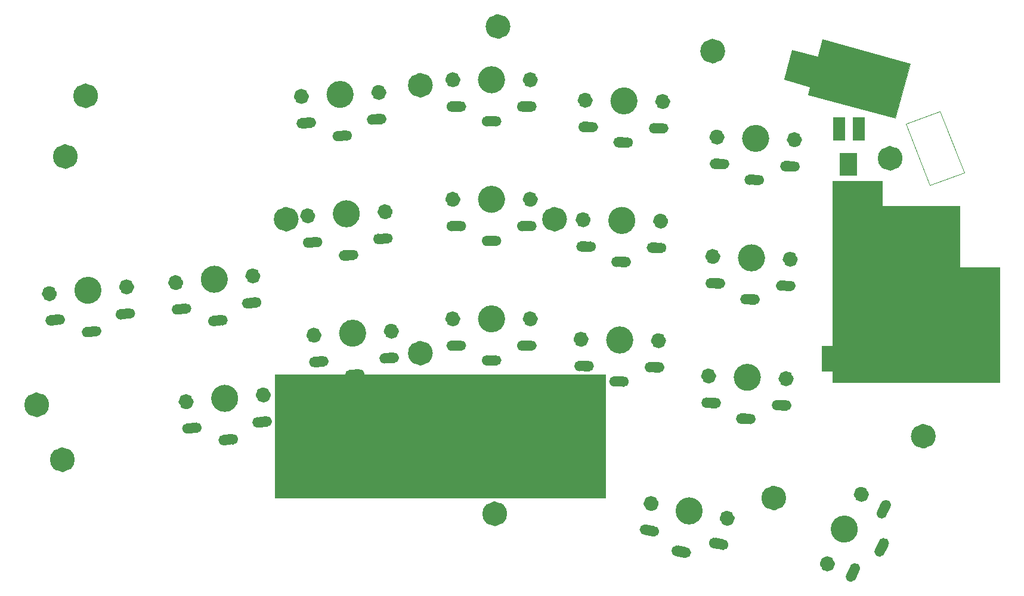
<source format=gbr>
%TF.GenerationSoftware,KiCad,Pcbnew,6.0.4-6f826c9f35~116~ubuntu20.04.1*%
%TF.CreationDate,2022-06-03T00:30:45+02:00*%
%TF.ProjectId,Wubbo,57756262-6f2e-46b6-9963-61645f706362,v0.3*%
%TF.SameCoordinates,Original*%
%TF.FileFunction,Other,Comment*%
%FSLAX46Y46*%
G04 Gerber Fmt 4.6, Leading zero omitted, Abs format (unit mm)*
G04 Created by KiCad (PCBNEW 6.0.4-6f826c9f35~116~ubuntu20.04.1) date 2022-06-03 00:30:45*
%MOMM*%
%LPD*%
G01*
G04 APERTURE LIST*
%ADD10C,0.100000*%
%ADD11C,1.750000*%
%ADD12C,0.200000*%
%ADD13C,1.912701*%
%ADD14C,0.751920*%
%ADD15C,0.751919*%
%ADD16C,1.061248*%
%ADD17C,1.061249*%
%ADD18C,0.751921*%
%ADD19C,1.061250*%
G04 APERTURE END LIST*
D10*
X111140000Y21975000D02*
X114270000Y21975000D01*
X114270000Y21975000D02*
X114270000Y20365000D01*
X114270000Y20365000D02*
X111140000Y20365000D01*
X111140000Y20365000D02*
X111140000Y21975000D01*
G36*
X111140000Y21975000D02*
G01*
X114270000Y21975000D01*
X114270000Y20365000D01*
X111140000Y20365000D01*
X111140000Y21975000D01*
G37*
X104500000Y21705000D02*
X107630000Y21705000D01*
X107630000Y21705000D02*
X107630000Y20095000D01*
X107630000Y20095000D02*
X104500000Y20095000D01*
X104500000Y20095000D02*
X104500000Y21705000D01*
G36*
X104500000Y21705000D02*
G01*
X107630000Y21705000D01*
X107630000Y20095000D01*
X104500000Y20095000D01*
X104500000Y21705000D01*
G37*
D11*
X113279000Y35701000D02*
G75*
G03*
X113279000Y35701000I-875000J0D01*
G01*
D10*
X109590000Y23905000D02*
X112950000Y23905000D01*
X112950000Y23905000D02*
X112950000Y27725000D01*
X112950000Y27725000D02*
X109590000Y27725000D01*
X109590000Y27725000D02*
X109590000Y23905000D01*
G36*
X109590000Y23905000D02*
G01*
X112950000Y23905000D01*
X112950000Y27725000D01*
X109590000Y27725000D01*
X109590000Y23905000D01*
G37*
X104400000Y22085000D02*
X107760000Y22085000D01*
X107760000Y22085000D02*
X107760000Y25905000D01*
X107760000Y25905000D02*
X104400000Y25905000D01*
X104400000Y25905000D02*
X104400000Y22085000D01*
G36*
X104400000Y22085000D02*
G01*
X107760000Y22085000D01*
X107760000Y25905000D01*
X104400000Y25905000D01*
X104400000Y22085000D01*
G37*
X107860000Y25795000D02*
X109310000Y25795000D01*
X109310000Y25795000D02*
X109310000Y28755000D01*
X109310000Y28755000D02*
X107860000Y28755000D01*
X107860000Y28755000D02*
X107860000Y25795000D01*
G36*
X107860000Y25795000D02*
G01*
X109310000Y25795000D01*
X109310000Y28755000D01*
X107860000Y28755000D01*
X107860000Y25795000D01*
G37*
X117460000Y26255000D02*
X110400000Y26255000D01*
X110400000Y26255000D02*
X110400000Y28815000D01*
X110400000Y28815000D02*
X117460000Y28815000D01*
X117460000Y28815000D02*
X117460000Y26255000D01*
G36*
X117460000Y26255000D02*
G01*
X110400000Y26255000D01*
X110400000Y28815000D01*
X117460000Y28815000D01*
X117460000Y26255000D01*
G37*
X108370000Y28965000D02*
X104520000Y28965000D01*
X104520000Y28965000D02*
X104520000Y32355000D01*
X104520000Y32355000D02*
X108370000Y32355000D01*
X108370000Y32355000D02*
X108370000Y28965000D01*
G36*
X108370000Y28965000D02*
G01*
X104520000Y28965000D01*
X104520000Y32355000D01*
X108370000Y32355000D01*
X108370000Y28965000D01*
G37*
X111250000Y28255000D02*
X104190000Y28255000D01*
X104190000Y28255000D02*
X104190000Y32445000D01*
X104190000Y32445000D02*
X111250000Y32445000D01*
X111250000Y32445000D02*
X111250000Y28255000D01*
G36*
X111250000Y28255000D02*
G01*
X104190000Y28255000D01*
X104190000Y32445000D01*
X111250000Y32445000D01*
X111250000Y28255000D01*
G37*
X102700000Y9045000D02*
X104790000Y9045000D01*
X104790000Y9045000D02*
X104790000Y5435000D01*
X104790000Y5435000D02*
X102700000Y5435000D01*
X102700000Y5435000D02*
X102700000Y9045000D01*
G36*
X102700000Y9045000D02*
G01*
X104790000Y9045000D01*
X104790000Y5435000D01*
X102700000Y5435000D01*
X102700000Y9045000D01*
G37*
X104480000Y27025000D02*
X107690000Y27025000D01*
X107690000Y27025000D02*
X107690000Y28925000D01*
X107690000Y28925000D02*
X104480000Y28925000D01*
X104480000Y28925000D02*
X104480000Y27025000D01*
G36*
X104480000Y27025000D02*
G01*
X107690000Y27025000D01*
X107690000Y28925000D01*
X104480000Y28925000D01*
X104480000Y27025000D01*
G37*
G36*
X102336502Y50100049D02*
G01*
X101320710Y45811916D01*
X97377896Y46915041D01*
X98433350Y51076966D01*
X102336502Y50100049D01*
G37*
X102336502Y50100049D02*
X101320710Y45811916D01*
X97377896Y46915041D01*
X98433350Y51076966D01*
X102336502Y50100049D01*
X109230000Y20485000D02*
X110840000Y20485000D01*
X110840000Y20485000D02*
X110840000Y23615000D01*
X110840000Y23615000D02*
X109230000Y23615000D01*
X109230000Y23615000D02*
X109230000Y20485000D01*
G36*
X109230000Y20485000D02*
G01*
X110840000Y20485000D01*
X110840000Y23615000D01*
X109230000Y23615000D01*
X109230000Y20485000D01*
G37*
X71950000Y-12590000D02*
X25050000Y-12590000D01*
X25050000Y-12590000D02*
X25050000Y5000000D01*
X25050000Y5000000D02*
X71950000Y5000000D01*
X71950000Y5000000D02*
X71950000Y-12590000D01*
G36*
X71950000Y-12590000D02*
G01*
X25050000Y-12590000D01*
X25050000Y5000000D01*
X71950000Y5000000D01*
X71950000Y-12590000D01*
G37*
D11*
X-3815000Y35955000D02*
G75*
G03*
X-3815000Y35955000I-875000J0D01*
G01*
D10*
X104345000Y38350000D02*
X105955000Y38350000D01*
X105955000Y38350000D02*
X105955000Y41510000D01*
X105955000Y41510000D02*
X104345000Y41510000D01*
X104345000Y41510000D02*
X104345000Y38350000D01*
G36*
X104345000Y38350000D02*
G01*
X105955000Y38350000D01*
X105955000Y41510000D01*
X104345000Y41510000D01*
X104345000Y38350000D01*
G37*
X122960000Y33665000D02*
X119460000Y42415000D01*
X127900000Y3865000D02*
X105590000Y3865000D01*
X105590000Y3865000D02*
X105590000Y20215000D01*
X105590000Y20215000D02*
X127900000Y20215000D01*
X127900000Y20215000D02*
X127900000Y3865000D01*
G36*
X127900000Y3865000D02*
G01*
X105590000Y3865000D01*
X105590000Y20215000D01*
X127900000Y20215000D01*
X127900000Y3865000D01*
G37*
D11*
X-7879000Y649000D02*
G75*
G03*
X-7879000Y649000I-875000J0D01*
G01*
D10*
X114680000Y40565000D02*
X118060000Y31855000D01*
X122290000Y3880000D02*
X104190000Y3880000D01*
X104190000Y3880000D02*
X104190000Y28900000D01*
X104190000Y28900000D02*
X122290000Y28900000D01*
X122290000Y28900000D02*
X122290000Y3880000D01*
G36*
X122290000Y3880000D02*
G01*
X104190000Y3880000D01*
X104190000Y28900000D01*
X122290000Y28900000D01*
X122290000Y3880000D01*
G37*
X122170000Y24975000D02*
X117740000Y24975000D01*
X117740000Y24975000D02*
X117740000Y21765000D01*
X117740000Y21765000D02*
X122170000Y21765000D01*
X122170000Y21765000D02*
X122170000Y24975000D01*
G36*
X122170000Y24975000D02*
G01*
X117740000Y24975000D01*
X117740000Y21765000D01*
X122170000Y21765000D01*
X122170000Y24975000D01*
G37*
X122150000Y25035000D02*
X118040000Y25035000D01*
X118040000Y25035000D02*
X118040000Y28435000D01*
X118040000Y28435000D02*
X122150000Y28435000D01*
X122150000Y28435000D02*
X122150000Y25035000D01*
G36*
X122150000Y25035000D02*
G01*
X118040000Y25035000D01*
X118040000Y28435000D01*
X122150000Y28435000D01*
X122150000Y25035000D01*
G37*
X119460000Y42415000D02*
X114680000Y40565000D01*
D11*
X57145000Y-14845000D02*
G75*
G03*
X57145000Y-14845000I-875000J0D01*
G01*
X117985000Y-3815000D02*
G75*
G03*
X117985000Y-3815000I-875000J0D01*
G01*
D10*
G36*
X115250000Y49185000D02*
G01*
X113130000Y41415000D01*
X100750000Y44715000D01*
X102770000Y52590000D01*
X115250000Y49185000D01*
G37*
X115250000Y49185000D02*
X113130000Y41415000D01*
X100750000Y44715000D01*
X102770000Y52590000D01*
X115250000Y49185000D01*
X107070000Y38335000D02*
X108680000Y38335000D01*
X108680000Y38335000D02*
X108680000Y41495000D01*
X108680000Y41495000D02*
X107070000Y41495000D01*
X107070000Y41495000D02*
X107070000Y38335000D01*
G36*
X107070000Y38335000D02*
G01*
X108680000Y38335000D01*
X108680000Y41495000D01*
X107070000Y41495000D01*
X107070000Y38335000D01*
G37*
X105230000Y33315000D02*
X107630000Y33315000D01*
X107630000Y33315000D02*
X107630000Y36475000D01*
X107630000Y36475000D02*
X105230000Y36475000D01*
X105230000Y36475000D02*
X105230000Y33315000D01*
G36*
X105230000Y33315000D02*
G01*
X107630000Y33315000D01*
X107630000Y36475000D01*
X105230000Y36475000D01*
X105230000Y33315000D01*
G37*
X109320000Y29045000D02*
X110790000Y29045000D01*
X110790000Y29045000D02*
X110790000Y32015000D01*
X110790000Y32015000D02*
X109320000Y32015000D01*
X109320000Y32015000D02*
X109320000Y29045000D01*
G36*
X109320000Y29045000D02*
G01*
X110790000Y29045000D01*
X110790000Y32015000D01*
X109320000Y32015000D01*
X109320000Y29045000D01*
G37*
D11*
X57605000Y54445000D02*
G75*
G03*
X57605000Y54445000I-875000J0D01*
G01*
D10*
X118060000Y31855000D02*
X122960000Y33665000D01*
D12*
%TO.C,SW12*%
X41970013Y6686916D02*
X40669877Y6618779D01*
X40669877Y6618779D02*
X40601639Y7920832D01*
X40601639Y7920832D02*
X41901775Y7988969D01*
X41901775Y7988969D02*
X41970013Y6686916D01*
G36*
X41970013Y6686916D02*
G01*
X40669877Y6618779D01*
X40601639Y7920832D01*
X41901775Y7988969D01*
X41970013Y6686916D01*
G37*
X31981800Y6163456D02*
X30681664Y6095319D01*
X30681664Y6095319D02*
X30613427Y7397372D01*
X30613427Y7397372D02*
X31913562Y7465509D01*
X31913562Y7465509D02*
X31981800Y6163456D01*
G36*
X31981800Y6163456D02*
G01*
X30681664Y6095319D01*
X30613427Y7397372D01*
X31913562Y7465509D01*
X31981800Y6163456D01*
G37*
X37084853Y4328014D02*
X35784717Y4259876D01*
X35784717Y4259876D02*
X35716480Y5561929D01*
X35716480Y5561929D02*
X37016615Y5630067D01*
X37016615Y5630067D02*
X37084853Y4328014D01*
G36*
X37084853Y4328014D02*
G01*
X35784717Y4259876D01*
X35716480Y5561929D01*
X37016615Y5630067D01*
X37084853Y4328014D01*
G37*
D13*
X37049193Y10836936D02*
G75*
G03*
X37049193Y10836936I-956350J0D01*
G01*
D14*
X32323641Y6814482D02*
G75*
G03*
X32323641Y6814482I-375960J0D01*
G01*
D15*
X36126558Y4910903D02*
G75*
G03*
X36126558Y4910903I-375959J0D01*
G01*
D14*
X41011718Y7269805D02*
G75*
G03*
X41011718Y7269805I-375960J0D01*
G01*
D16*
X31131005Y10549088D02*
G75*
G03*
X31131005Y10549088I-530624J0D01*
G01*
D15*
X42311853Y7337942D02*
G75*
G03*
X42311853Y7337942I-375959J0D01*
G01*
D14*
X31023505Y6746345D02*
G75*
G03*
X31023505Y6746345I-375960J0D01*
G01*
D17*
X42115929Y11124784D02*
G75*
G03*
X42115929Y11124784I-530624J0D01*
G01*
D14*
X37426694Y4979040D02*
G75*
G03*
X37426694Y4979040I-375960J0D01*
G01*
D12*
%TO.C,SW8*%
X61465292Y25419898D02*
X60163372Y25419898D01*
X60163372Y25419898D02*
X60163372Y26723738D01*
X60163372Y26723738D02*
X61465292Y26723738D01*
X61465292Y26723738D02*
X61465292Y25419898D01*
G36*
X61465292Y25419898D02*
G01*
X60163372Y25419898D01*
X60163372Y26723738D01*
X61465292Y26723738D01*
X61465292Y25419898D01*
G37*
X56463372Y23319898D02*
X55161452Y23319898D01*
X55161452Y23319898D02*
X55161452Y24623738D01*
X55161452Y24623738D02*
X56463372Y24623738D01*
X56463372Y24623738D02*
X56463372Y23319898D01*
G36*
X56463372Y23319898D02*
G01*
X55161452Y23319898D01*
X55161452Y24623738D01*
X56463372Y24623738D01*
X56463372Y23319898D01*
G37*
X51463372Y25419898D02*
X50161452Y25419898D01*
X50161452Y25419898D02*
X50161452Y26723738D01*
X50161452Y26723738D02*
X51463372Y26723738D01*
X51463372Y26723738D02*
X51463372Y25419898D01*
G36*
X51463372Y25419898D02*
G01*
X50161452Y25419898D01*
X50161452Y26723738D01*
X51463372Y26723738D01*
X51463372Y25419898D01*
G37*
D14*
X51839332Y26071818D02*
G75*
G03*
X51839332Y26071818I-375960J0D01*
G01*
X60539332Y26071818D02*
G75*
G03*
X60539332Y26071818I-375960J0D01*
G01*
X56839332Y23971818D02*
G75*
G03*
X56839332Y23971818I-375960J0D01*
G01*
X61841252Y26071818D02*
G75*
G03*
X61841252Y26071818I-375960J0D01*
G01*
X55537412Y23971818D02*
G75*
G03*
X55537412Y23971818I-375960J0D01*
G01*
X50537412Y26071818D02*
G75*
G03*
X50537412Y26071818I-375960J0D01*
G01*
D17*
X50843996Y29871818D02*
G75*
G03*
X50843996Y29871818I-530624J0D01*
G01*
X61843996Y29871818D02*
G75*
G03*
X61843996Y29871818I-530624J0D01*
G01*
D13*
X56769722Y29871818D02*
G75*
G03*
X56769722Y29871818I-956350J0D01*
G01*
D12*
%TO.C,SW17*%
X107988854Y-22880848D02*
X107418130Y-24051006D01*
X107418130Y-24051006D02*
X106246246Y-23479440D01*
X106246246Y-23479440D02*
X106816970Y-22309283D01*
X106816970Y-22309283D02*
X107988854Y-22880848D01*
G36*
X107988854Y-22880848D02*
G01*
X107418130Y-24051006D01*
X106246246Y-23479440D01*
X106816970Y-22309283D01*
X107988854Y-22880848D01*
G37*
X112373407Y-13891182D02*
X111802683Y-15061340D01*
X111802683Y-15061340D02*
X110630799Y-14489774D01*
X110630799Y-14489774D02*
X111201523Y-13319616D01*
X111201523Y-13319616D02*
X112373407Y-13891182D01*
G36*
X112373407Y-13891182D02*
G01*
X111802683Y-15061340D01*
X110630799Y-14489774D01*
X111201523Y-13319616D01*
X112373407Y-13891182D01*
G37*
X112068177Y-19307458D02*
X111497453Y-20477615D01*
X111497453Y-20477615D02*
X110325569Y-19906050D01*
X110325569Y-19906050D02*
X110896293Y-18735892D01*
X110896293Y-18735892D02*
X112068177Y-19307458D01*
G36*
X112068177Y-19307458D02*
G01*
X111497453Y-20477615D01*
X110325569Y-19906050D01*
X110896293Y-18735892D01*
X112068177Y-19307458D01*
G37*
D13*
X106850759Y-17019501D02*
G75*
G03*
X106850759Y-17019501I-956350J0D01*
G01*
D16*
X104013992Y-21962868D02*
G75*
G03*
X104013992Y-21962868I-530624J0D01*
G01*
D14*
X111858195Y-19021675D02*
G75*
G03*
X111858195Y-19021675I-375960J0D01*
G01*
X111592701Y-14775557D02*
G75*
G03*
X111592701Y-14775557I-375960J0D01*
G01*
D15*
X107208147Y-23765223D02*
G75*
G03*
X107208147Y-23765223I-375959J0D01*
G01*
D14*
X111287471Y-20191833D02*
G75*
G03*
X111287471Y-20191833I-375960J0D01*
G01*
D17*
X108836074Y-12076134D02*
G75*
G03*
X108836074Y-12076134I-530624J0D01*
G01*
D15*
X107778871Y-22595065D02*
G75*
G03*
X107778871Y-22595065I-375959J0D01*
G01*
D14*
X112163425Y-13605399D02*
G75*
G03*
X112163425Y-13605399I-375960J0D01*
G01*
D12*
%TO.C,SW9*%
X79883425Y22319347D02*
X78581704Y22342069D01*
X78581704Y22342069D02*
X78604459Y23645710D01*
X78604459Y23645710D02*
X79906181Y23622989D01*
X79906181Y23622989D02*
X79883425Y22319347D01*
G36*
X79883425Y22319347D02*
G01*
X78581704Y22342069D01*
X78604459Y23645710D01*
X79906181Y23622989D01*
X79883425Y22319347D01*
G37*
X74845617Y20306963D02*
X73543896Y20329684D01*
X73543896Y20329684D02*
X73566651Y21633326D01*
X73566651Y21633326D02*
X74868372Y21610604D01*
X74868372Y21610604D02*
X74845617Y20306963D01*
G36*
X74845617Y20306963D02*
G01*
X73543896Y20329684D01*
X73566651Y21633326D01*
X74868372Y21610604D01*
X74845617Y20306963D01*
G37*
X69883029Y22493905D02*
X68581307Y22516627D01*
X68581307Y22516627D02*
X68604062Y23820268D01*
X68604062Y23820268D02*
X69905784Y23797546D01*
X69905784Y23797546D02*
X69883029Y22493905D01*
G36*
X69883029Y22493905D02*
G01*
X68581307Y22516627D01*
X68604062Y23820268D01*
X69905784Y23797546D01*
X69883029Y22493905D01*
G37*
D16*
X69341525Y26965217D02*
G75*
G03*
X69341525Y26965217I-530624J0D01*
G01*
D15*
X68968644Y23168447D02*
G75*
G03*
X68968644Y23168447I-375959J0D01*
G01*
D13*
X75266413Y26869229D02*
G75*
G03*
X75266413Y26869229I-956350J0D01*
G01*
D14*
X70270366Y23145726D02*
G75*
G03*
X70270366Y23145726I-375960J0D01*
G01*
X78969041Y22993890D02*
G75*
G03*
X78969041Y22993890I-375960J0D01*
G01*
X75232955Y20958784D02*
G75*
G03*
X75232955Y20958784I-375960J0D01*
G01*
X80270763Y22971168D02*
G75*
G03*
X80270763Y22971168I-375960J0D01*
G01*
X73931233Y20981505D02*
G75*
G03*
X73931233Y20981505I-375960J0D01*
G01*
D17*
X80339849Y26773241D02*
G75*
G03*
X80339849Y26773241I-530624J0D01*
G01*
%TO.C,*%
D11*
X-935000Y44585000D02*
G75*
G03*
X-935000Y44585000I-875000J0D01*
G01*
D12*
%TO.C,SW1*%
X-5427085Y12121203D02*
X-6724050Y12007734D01*
X-6724050Y12007734D02*
X-6837687Y13306612D01*
X-6837687Y13306612D02*
X-5540722Y13420082D01*
X-5540722Y13420082D02*
X-5427085Y12121203D01*
G36*
X-5427085Y12121203D02*
G01*
X-6724050Y12007734D01*
X-6837687Y13306612D01*
X-5540722Y13420082D01*
X-5427085Y12121203D01*
G37*
X4536775Y12992928D02*
X3239809Y12879458D01*
X3239809Y12879458D02*
X3126172Y14178337D01*
X3126172Y14178337D02*
X4423138Y14291807D01*
X4423138Y14291807D02*
X4536775Y12992928D01*
G36*
X4536775Y12992928D02*
G01*
X3239809Y12879458D01*
X3126172Y14178337D01*
X4423138Y14291807D01*
X4536775Y12992928D01*
G37*
X-263084Y10464973D02*
X-1560050Y10351503D01*
X-1560050Y10351503D02*
X-1673687Y11650382D01*
X-1673687Y11650382D02*
X-376721Y11763852D01*
X-376721Y11763852D02*
X-263084Y10464973D01*
G36*
X-263084Y10464973D02*
G01*
X-1560050Y10351503D01*
X-1673687Y11650382D01*
X-376721Y11763852D01*
X-263084Y10464973D01*
G37*
D14*
X-1240908Y11000943D02*
G75*
G03*
X-1240908Y11000943I-375960J0D01*
G01*
D17*
X4528047Y17414667D02*
G75*
G03*
X4528047Y17414667I-530624J0D01*
G01*
X-6430095Y16455953D02*
G75*
G03*
X-6430095Y16455953I-530624J0D01*
G01*
D14*
X-6404909Y12657173D02*
G75*
G03*
X-6404909Y12657173I-375960J0D01*
G01*
X3558951Y13528898D02*
G75*
G03*
X3558951Y13528898I-375960J0D01*
G01*
D13*
X-525298Y16935310D02*
G75*
G03*
X-525298Y16935310I-956350J0D01*
G01*
D14*
X-5107943Y12770643D02*
G75*
G03*
X-5107943Y12770643I-375960J0D01*
G01*
X4855917Y13642367D02*
G75*
G03*
X4855917Y13642367I-375960J0D01*
G01*
D18*
X56057Y11114413D02*
G75*
G03*
X56057Y11114413I-375960J0D01*
G01*
%TO.C,REF\u002A\u002A*%
D11*
X96755000Y-12595000D02*
G75*
G03*
X96755000Y-12595000I-875000J0D01*
G01*
D12*
%TO.C,SW11*%
X23949928Y-2373579D02*
X22652962Y-2487049D01*
X22652962Y-2487049D02*
X22539325Y-1188170D01*
X22539325Y-1188170D02*
X23836291Y-1074700D01*
X23836291Y-1074700D02*
X23949928Y-2373579D01*
G36*
X23949928Y-2373579D02*
G01*
X22652962Y-2487049D01*
X22539325Y-1188170D01*
X23836291Y-1074700D01*
X23949928Y-2373579D01*
G37*
X13986068Y-3245304D02*
X12689103Y-3358773D01*
X12689103Y-3358773D02*
X12575466Y-2059895D01*
X12575466Y-2059895D02*
X13872431Y-1946425D01*
X13872431Y-1946425D02*
X13986068Y-3245304D01*
G36*
X13986068Y-3245304D02*
G01*
X12689103Y-3358773D01*
X12575466Y-2059895D01*
X13872431Y-1946425D01*
X13986068Y-3245304D01*
G37*
X19150069Y-4901534D02*
X17853103Y-5015004D01*
X17853103Y-5015004D02*
X17739466Y-3716125D01*
X17739466Y-3716125D02*
X19036432Y-3602655D01*
X19036432Y-3602655D02*
X19150069Y-4901534D01*
G36*
X19150069Y-4901534D02*
G01*
X17853103Y-5015004D01*
X17739466Y-3716125D01*
X19036432Y-3602655D01*
X19150069Y-4901534D01*
G37*
D13*
X18887855Y1568803D02*
G75*
G03*
X18887855Y1568803I-956350J0D01*
G01*
D17*
X23941200Y2048160D02*
G75*
G03*
X23941200Y2048160I-530624J0D01*
G01*
D18*
X19469210Y-4252094D02*
G75*
G03*
X19469210Y-4252094I-375960J0D01*
G01*
D17*
X12983058Y1089446D02*
G75*
G03*
X12983058Y1089446I-530624J0D01*
G01*
D14*
X22972104Y-1837609D02*
G75*
G03*
X22972104Y-1837609I-375960J0D01*
G01*
X18172245Y-4365564D02*
G75*
G03*
X18172245Y-4365564I-375960J0D01*
G01*
X13008244Y-2709334D02*
G75*
G03*
X13008244Y-2709334I-375960J0D01*
G01*
X24269070Y-1724140D02*
G75*
G03*
X24269070Y-1724140I-375960J0D01*
G01*
X14305210Y-2595864D02*
G75*
G03*
X14305210Y-2595864I-375960J0D01*
G01*
D12*
%TO.C,SW4*%
X80180116Y39316757D02*
X78878395Y39339479D01*
X78878395Y39339479D02*
X78901150Y40643120D01*
X78901150Y40643120D02*
X80202872Y40620399D01*
X80202872Y40620399D02*
X80180116Y39316757D01*
G36*
X80180116Y39316757D02*
G01*
X78878395Y39339479D01*
X78901150Y40643120D01*
X80202872Y40620399D01*
X80180116Y39316757D01*
G37*
X75142308Y37304373D02*
X73840587Y37327094D01*
X73840587Y37327094D02*
X73863342Y38630736D01*
X73863342Y38630736D02*
X75165063Y38608014D01*
X75165063Y38608014D02*
X75142308Y37304373D01*
G36*
X75142308Y37304373D02*
G01*
X73840587Y37327094D01*
X73863342Y38630736D01*
X75165063Y38608014D01*
X75142308Y37304373D01*
G37*
X70179720Y39491315D02*
X68877998Y39514037D01*
X68877998Y39514037D02*
X68900753Y40817678D01*
X68900753Y40817678D02*
X70202475Y40794956D01*
X70202475Y40794956D02*
X70179720Y39491315D01*
G36*
X70179720Y39491315D02*
G01*
X68877998Y39514037D01*
X68900753Y40817678D01*
X70202475Y40794956D01*
X70179720Y39491315D01*
G37*
D14*
X74227924Y37978915D02*
G75*
G03*
X74227924Y37978915I-375960J0D01*
G01*
D13*
X75563104Y43866639D02*
G75*
G03*
X75563104Y43866639I-956350J0D01*
G01*
D17*
X80636540Y43770651D02*
G75*
G03*
X80636540Y43770651I-530624J0D01*
G01*
D14*
X75529646Y37956194D02*
G75*
G03*
X75529646Y37956194I-375960J0D01*
G01*
X80567454Y39968578D02*
G75*
G03*
X80567454Y39968578I-375960J0D01*
G01*
X79265732Y39991300D02*
G75*
G03*
X79265732Y39991300I-375960J0D01*
G01*
D16*
X69638216Y43962627D02*
G75*
G03*
X69638216Y43962627I-530624J0D01*
G01*
D14*
X70567057Y40143136D02*
G75*
G03*
X70567057Y40143136I-375960J0D01*
G01*
D15*
X69265335Y40165857D02*
G75*
G03*
X69265335Y40165857I-375959J0D01*
G01*
%TO.C,*%
D11*
X-4245000Y-7155000D02*
G75*
G03*
X-4245000Y-7155000I-875000J0D01*
G01*
D12*
%TO.C,SW6*%
X12504420Y13690006D02*
X11207455Y13576537D01*
X11207455Y13576537D02*
X11093818Y14875415D01*
X11093818Y14875415D02*
X12390783Y14988885D01*
X12390783Y14988885D02*
X12504420Y13690006D01*
G36*
X12504420Y13690006D02*
G01*
X11207455Y13576537D01*
X11093818Y14875415D01*
X12390783Y14988885D01*
X12504420Y13690006D01*
G37*
X17668421Y12033776D02*
X16371455Y11920306D01*
X16371455Y11920306D02*
X16257818Y13219185D01*
X16257818Y13219185D02*
X17554784Y13332655D01*
X17554784Y13332655D02*
X17668421Y12033776D01*
G36*
X17668421Y12033776D02*
G01*
X16371455Y11920306D01*
X16257818Y13219185D01*
X17554784Y13332655D01*
X17668421Y12033776D01*
G37*
X22468280Y14561731D02*
X21171314Y14448261D01*
X21171314Y14448261D02*
X21057677Y15747140D01*
X21057677Y15747140D02*
X22354643Y15860610D01*
X22354643Y15860610D02*
X22468280Y14561731D01*
G36*
X22468280Y14561731D02*
G01*
X21171314Y14448261D01*
X21057677Y15747140D01*
X22354643Y15860610D01*
X22468280Y14561731D01*
G37*
D14*
X16690597Y12569746D02*
G75*
G03*
X16690597Y12569746I-375960J0D01*
G01*
D18*
X17987562Y12683216D02*
G75*
G03*
X17987562Y12683216I-375960J0D01*
G01*
D14*
X12823562Y14339446D02*
G75*
G03*
X12823562Y14339446I-375960J0D01*
G01*
D13*
X17406207Y18504113D02*
G75*
G03*
X17406207Y18504113I-956350J0D01*
G01*
D14*
X21490456Y15097701D02*
G75*
G03*
X21490456Y15097701I-375960J0D01*
G01*
X11526596Y14225976D02*
G75*
G03*
X11526596Y14225976I-375960J0D01*
G01*
D17*
X11501410Y18024756D02*
G75*
G03*
X11501410Y18024756I-530624J0D01*
G01*
D14*
X22787422Y15211170D02*
G75*
G03*
X22787422Y15211170I-375960J0D01*
G01*
D17*
X22459552Y18983470D02*
G75*
G03*
X22459552Y18983470I-530624J0D01*
G01*
D12*
%TO.C,SW10*%
X93137605Y14977467D02*
X91836478Y15022903D01*
X91836478Y15022903D02*
X91881982Y16325949D01*
X91881982Y16325949D02*
X93183109Y16280512D01*
X93183109Y16280512D02*
X93137605Y14977467D01*
G36*
X93137605Y14977467D02*
G01*
X91836478Y15022903D01*
X91881982Y16325949D01*
X93183109Y16280512D01*
X93137605Y14977467D01*
G37*
X88213940Y17250685D02*
X86912813Y17296121D01*
X86912813Y17296121D02*
X86958317Y18599167D01*
X86958317Y18599167D02*
X88259443Y18553731D01*
X88259443Y18553731D02*
X88213940Y17250685D01*
G36*
X88213940Y17250685D02*
G01*
X86912813Y17296121D01*
X86958317Y18599167D01*
X88259443Y18553731D01*
X88213940Y17250685D01*
G37*
X98209767Y16901623D02*
X96908640Y16947059D01*
X96908640Y16947059D02*
X96954144Y18250105D01*
X96954144Y18250105D02*
X98255271Y18204669D01*
X98255271Y18204669D02*
X98209767Y16901623D01*
G36*
X98209767Y16901623D02*
G01*
X96908640Y16947059D01*
X96954144Y18250105D01*
X98255271Y18204669D01*
X98209767Y16901623D01*
G37*
D17*
X98743934Y21356133D02*
G75*
G03*
X98743934Y21356133I-530624J0D01*
G01*
D19*
X87750635Y21740027D02*
G75*
G03*
X87750635Y21740027I-530625J0D01*
G01*
D14*
X97307352Y17598582D02*
G75*
G03*
X97307352Y17598582I-375960J0D01*
G01*
X88612652Y17902208D02*
G75*
G03*
X88612652Y17902208I-375960J0D01*
G01*
X98608479Y17553146D02*
G75*
G03*
X98608479Y17553146I-375960J0D01*
G01*
D13*
X93673010Y21548080D02*
G75*
G03*
X93673010Y21548080I-956350J0D01*
G01*
D14*
X92235190Y15674426D02*
G75*
G03*
X92235190Y15674426I-375960J0D01*
G01*
X87311525Y17947644D02*
G75*
G03*
X87311525Y17947644I-375960J0D01*
G01*
X93536317Y15628989D02*
G75*
G03*
X93536317Y15628989I-375960J0D01*
G01*
D12*
%TO.C,SW5*%
X93730896Y31967111D02*
X92429769Y32012547D01*
X92429769Y32012547D02*
X92475273Y33315593D01*
X92475273Y33315593D02*
X93776400Y33270156D01*
X93776400Y33270156D02*
X93730896Y31967111D01*
G36*
X93730896Y31967111D02*
G01*
X92429769Y32012547D01*
X92475273Y33315593D01*
X93776400Y33270156D01*
X93730896Y31967111D01*
G37*
X88807231Y34240329D02*
X87506104Y34285765D01*
X87506104Y34285765D02*
X87551608Y35588811D01*
X87551608Y35588811D02*
X88852734Y35543375D01*
X88852734Y35543375D02*
X88807231Y34240329D01*
G36*
X88807231Y34240329D02*
G01*
X87506104Y34285765D01*
X87551608Y35588811D01*
X88852734Y35543375D01*
X88807231Y34240329D01*
G37*
X98803058Y33891267D02*
X97501931Y33936703D01*
X97501931Y33936703D02*
X97547435Y35239749D01*
X97547435Y35239749D02*
X98848562Y35194313D01*
X98848562Y35194313D02*
X98803058Y33891267D01*
G36*
X98803058Y33891267D02*
G01*
X97501931Y33936703D01*
X97547435Y35239749D01*
X98848562Y35194313D01*
X98803058Y33891267D01*
G37*
D14*
X94129608Y32618633D02*
G75*
G03*
X94129608Y32618633I-375960J0D01*
G01*
D19*
X88343926Y38729671D02*
G75*
G03*
X88343926Y38729671I-530625J0D01*
G01*
D17*
X99337225Y38345777D02*
G75*
G03*
X99337225Y38345777I-530624J0D01*
G01*
D14*
X99201770Y34542790D02*
G75*
G03*
X99201770Y34542790I-375960J0D01*
G01*
X97900643Y34588226D02*
G75*
G03*
X97900643Y34588226I-375960J0D01*
G01*
D13*
X94266301Y38537724D02*
G75*
G03*
X94266301Y38537724I-956350J0D01*
G01*
D14*
X92828481Y32664070D02*
G75*
G03*
X92828481Y32664070I-375960J0D01*
G01*
X87904816Y34937288D02*
G75*
G03*
X87904816Y34937288I-375960J0D01*
G01*
X89205943Y34891852D02*
G75*
G03*
X89205943Y34891852I-375960J0D01*
G01*
D12*
%TO.C,SW14*%
X74548926Y3309552D02*
X73247205Y3332273D01*
X73247205Y3332273D02*
X73269960Y4635915D01*
X73269960Y4635915D02*
X74571681Y4613193D01*
X74571681Y4613193D02*
X74548926Y3309552D01*
G36*
X74548926Y3309552D02*
G01*
X73247205Y3332273D01*
X73269960Y4635915D01*
X74571681Y4613193D01*
X74548926Y3309552D01*
G37*
X79586734Y5321936D02*
X78285013Y5344658D01*
X78285013Y5344658D02*
X78307768Y6648299D01*
X78307768Y6648299D02*
X79609490Y6625578D01*
X79609490Y6625578D02*
X79586734Y5321936D01*
G36*
X79586734Y5321936D02*
G01*
X78285013Y5344658D01*
X78307768Y6648299D01*
X79609490Y6625578D01*
X79586734Y5321936D01*
G37*
X69586338Y5496494D02*
X68284616Y5519216D01*
X68284616Y5519216D02*
X68307371Y6822857D01*
X68307371Y6822857D02*
X69609093Y6800135D01*
X69609093Y6800135D02*
X69586338Y5496494D01*
G36*
X69586338Y5496494D02*
G01*
X68284616Y5519216D01*
X68307371Y6822857D01*
X69609093Y6800135D01*
X69586338Y5496494D01*
G37*
D15*
X68671953Y6171036D02*
G75*
G03*
X68671953Y6171036I-375959J0D01*
G01*
D17*
X80043158Y9775830D02*
G75*
G03*
X80043158Y9775830I-530624J0D01*
G01*
D13*
X74969722Y9871818D02*
G75*
G03*
X74969722Y9871818I-956350J0D01*
G01*
D16*
X69044834Y9967806D02*
G75*
G03*
X69044834Y9967806I-530624J0D01*
G01*
D14*
X79974072Y5973757D02*
G75*
G03*
X79974072Y5973757I-375960J0D01*
G01*
X78672350Y5996479D02*
G75*
G03*
X78672350Y5996479I-375960J0D01*
G01*
X73634542Y3984094D02*
G75*
G03*
X73634542Y3984094I-375960J0D01*
G01*
X69973675Y6148315D02*
G75*
G03*
X69973675Y6148315I-375960J0D01*
G01*
X74936264Y3961373D02*
G75*
G03*
X74936264Y3961373I-375960J0D01*
G01*
%TO.C,*%
D11*
X88085000Y50945000D02*
G75*
G03*
X88085000Y50945000I-875000J0D01*
G01*
D12*
%TO.C,SW7*%
X31092089Y23140158D02*
X29791953Y23072021D01*
X29791953Y23072021D02*
X29723716Y24374074D01*
X29723716Y24374074D02*
X31023851Y24442211D01*
X31023851Y24442211D02*
X31092089Y23140158D01*
G36*
X31092089Y23140158D02*
G01*
X29791953Y23072021D01*
X29723716Y24374074D01*
X31023851Y24442211D01*
X31092089Y23140158D01*
G37*
X36195142Y21304716D02*
X34895006Y21236578D01*
X34895006Y21236578D02*
X34826769Y22538631D01*
X34826769Y22538631D02*
X36126904Y22606769D01*
X36126904Y22606769D02*
X36195142Y21304716D01*
G36*
X36195142Y21304716D02*
G01*
X34895006Y21236578D01*
X34826769Y22538631D01*
X36126904Y22606769D01*
X36195142Y21304716D01*
G37*
X41080302Y23663618D02*
X39780166Y23595481D01*
X39780166Y23595481D02*
X39711928Y24897534D01*
X39711928Y24897534D02*
X41012064Y24965671D01*
X41012064Y24965671D02*
X41080302Y23663618D01*
G36*
X41080302Y23663618D02*
G01*
X39780166Y23595481D01*
X39711928Y24897534D01*
X41012064Y24965671D01*
X41080302Y23663618D01*
G37*
D16*
X30241294Y27525790D02*
G75*
G03*
X30241294Y27525790I-530624J0D01*
G01*
D17*
X41226218Y28101486D02*
G75*
G03*
X41226218Y28101486I-530624J0D01*
G01*
D13*
X36159482Y27813638D02*
G75*
G03*
X36159482Y27813638I-956350J0D01*
G01*
D14*
X30133794Y23723047D02*
G75*
G03*
X30133794Y23723047I-375960J0D01*
G01*
X36536983Y21955742D02*
G75*
G03*
X36536983Y21955742I-375960J0D01*
G01*
X40122007Y24246507D02*
G75*
G03*
X40122007Y24246507I-375960J0D01*
G01*
D15*
X35236847Y21887605D02*
G75*
G03*
X35236847Y21887605I-375959J0D01*
G01*
X41422142Y24314644D02*
G75*
G03*
X41422142Y24314644I-375959J0D01*
G01*
D14*
X31433930Y23791184D02*
G75*
G03*
X31433930Y23791184I-375960J0D01*
G01*
D12*
%TO.C,SW2*%
X40190590Y40640321D02*
X38890454Y40572184D01*
X38890454Y40572184D02*
X38822216Y41874237D01*
X38822216Y41874237D02*
X40122352Y41942374D01*
X40122352Y41942374D02*
X40190590Y40640321D01*
G36*
X40190590Y40640321D02*
G01*
X38890454Y40572184D01*
X38822216Y41874237D01*
X40122352Y41942374D01*
X40190590Y40640321D01*
G37*
X35305430Y38281419D02*
X34005294Y38213281D01*
X34005294Y38213281D02*
X33937057Y39515334D01*
X33937057Y39515334D02*
X35237192Y39583472D01*
X35237192Y39583472D02*
X35305430Y38281419D01*
G36*
X35305430Y38281419D02*
G01*
X34005294Y38213281D01*
X33937057Y39515334D01*
X35237192Y39583472D01*
X35305430Y38281419D01*
G37*
X30202377Y40116861D02*
X28902241Y40048724D01*
X28902241Y40048724D02*
X28834004Y41350777D01*
X28834004Y41350777D02*
X30134139Y41418914D01*
X30134139Y41418914D02*
X30202377Y40116861D01*
G36*
X30202377Y40116861D02*
G01*
X28902241Y40048724D01*
X28834004Y41350777D01*
X30134139Y41418914D01*
X30202377Y40116861D01*
G37*
D17*
X40336506Y45078189D02*
G75*
G03*
X40336506Y45078189I-530624J0D01*
G01*
D14*
X29244082Y40699750D02*
G75*
G03*
X29244082Y40699750I-375960J0D01*
G01*
D15*
X40532430Y41291347D02*
G75*
G03*
X40532430Y41291347I-375959J0D01*
G01*
D14*
X30544218Y40767887D02*
G75*
G03*
X30544218Y40767887I-375960J0D01*
G01*
X39232295Y41223210D02*
G75*
G03*
X39232295Y41223210I-375960J0D01*
G01*
D16*
X29351582Y44502493D02*
G75*
G03*
X29351582Y44502493I-530624J0D01*
G01*
D13*
X35269770Y44790341D02*
G75*
G03*
X35269770Y44790341I-956350J0D01*
G01*
D15*
X34347135Y38864308D02*
G75*
G03*
X34347135Y38864308I-375959J0D01*
G01*
D14*
X35647271Y38932445D02*
G75*
G03*
X35647271Y38932445I-375960J0D01*
G01*
D12*
%TO.C,SW13*%
X51463372Y8419898D02*
X50161452Y8419898D01*
X50161452Y8419898D02*
X50161452Y9723738D01*
X50161452Y9723738D02*
X51463372Y9723738D01*
X51463372Y9723738D02*
X51463372Y8419898D01*
G36*
X51463372Y8419898D02*
G01*
X50161452Y8419898D01*
X50161452Y9723738D01*
X51463372Y9723738D01*
X51463372Y8419898D01*
G37*
X56463372Y6319898D02*
X55161452Y6319898D01*
X55161452Y6319898D02*
X55161452Y7623738D01*
X55161452Y7623738D02*
X56463372Y7623738D01*
X56463372Y7623738D02*
X56463372Y6319898D01*
G36*
X56463372Y6319898D02*
G01*
X55161452Y6319898D01*
X55161452Y7623738D01*
X56463372Y7623738D01*
X56463372Y6319898D01*
G37*
X61465292Y8419898D02*
X60163372Y8419898D01*
X60163372Y8419898D02*
X60163372Y9723738D01*
X60163372Y9723738D02*
X61465292Y9723738D01*
X61465292Y9723738D02*
X61465292Y8419898D01*
G36*
X61465292Y8419898D02*
G01*
X60163372Y8419898D01*
X60163372Y9723738D01*
X61465292Y9723738D01*
X61465292Y8419898D01*
G37*
D14*
X55537412Y6971818D02*
G75*
G03*
X55537412Y6971818I-375960J0D01*
G01*
D13*
X56769722Y12871818D02*
G75*
G03*
X56769722Y12871818I-956350J0D01*
G01*
D14*
X50537412Y9071818D02*
G75*
G03*
X50537412Y9071818I-375960J0D01*
G01*
X51839332Y9071818D02*
G75*
G03*
X51839332Y9071818I-375960J0D01*
G01*
D17*
X50843996Y12871818D02*
G75*
G03*
X50843996Y12871818I-530624J0D01*
G01*
D14*
X61841252Y9071818D02*
G75*
G03*
X61841252Y9071818I-375960J0D01*
G01*
X60539332Y9071818D02*
G75*
G03*
X60539332Y9071818I-375960J0D01*
G01*
X56839332Y6971818D02*
G75*
G03*
X56839332Y6971818I-375960J0D01*
G01*
D17*
X61843996Y12871818D02*
G75*
G03*
X61843996Y12871818I-530624J0D01*
G01*
D12*
%TO.C,SW16*%
X88565286Y-19885036D02*
X87287286Y-19636618D01*
X87287286Y-19636618D02*
X87536070Y-18356733D01*
X87536070Y-18356733D02*
X88814070Y-18605151D01*
X88814070Y-18605151D02*
X88565286Y-19885036D01*
G36*
X88565286Y-19885036D02*
G01*
X87287286Y-19636618D01*
X87536070Y-18356733D01*
X88814070Y-18605151D01*
X88565286Y-19885036D01*
G37*
X83254566Y-20992042D02*
X81976566Y-20743624D01*
X81976566Y-20743624D02*
X82225351Y-19463739D01*
X82225351Y-19463739D02*
X83503351Y-19712157D01*
X83503351Y-19712157D02*
X83254566Y-20992042D01*
G36*
X83254566Y-20992042D02*
G01*
X81976566Y-20743624D01*
X82225351Y-19463739D01*
X83503351Y-19712157D01*
X83254566Y-20992042D01*
G37*
X78747129Y-17976581D02*
X77469129Y-17728162D01*
X77469129Y-17728162D02*
X77717914Y-16448277D01*
X77717914Y-16448277D02*
X78995914Y-16696695D01*
X78995914Y-16696695D02*
X78747129Y-17976581D01*
G36*
X78747129Y-17976581D02*
G01*
X77469129Y-17728162D01*
X77717914Y-16448277D01*
X78995914Y-16696695D01*
X78747129Y-17976581D01*
G37*
D14*
X87787638Y-18996675D02*
G75*
G03*
X87787638Y-18996675I-375960J0D01*
G01*
X82476919Y-20103681D02*
G75*
G03*
X82476919Y-20103681I-375960J0D01*
G01*
D18*
X89065638Y-19245093D02*
G75*
G03*
X89065638Y-19245093I-375960J0D01*
G01*
D19*
X78998349Y-13387024D02*
G75*
G03*
X78998349Y-13387024I-530625J0D01*
G01*
D17*
X89796248Y-15485922D02*
G75*
G03*
X89796248Y-15485922I-530624J0D01*
G01*
D14*
X83754919Y-20352099D02*
G75*
G03*
X83754919Y-20352099I-375960J0D01*
G01*
X79247482Y-17336637D02*
G75*
G03*
X79247482Y-17336637I-375960J0D01*
G01*
D13*
X84823024Y-14436473D02*
G75*
G03*
X84823024Y-14436473I-956350J0D01*
G01*
D14*
X77969482Y-17088219D02*
G75*
G03*
X77969482Y-17088219I-375960J0D01*
G01*
D12*
%TO.C,SW15*%
X92544313Y-2012177D02*
X91243186Y-1966741D01*
X91243186Y-1966741D02*
X91288690Y-663695D01*
X91288690Y-663695D02*
X92589817Y-709132D01*
X92589817Y-709132D02*
X92544313Y-2012177D01*
G36*
X92544313Y-2012177D02*
G01*
X91243186Y-1966741D01*
X91288690Y-663695D01*
X92589817Y-709132D01*
X92544313Y-2012177D01*
G37*
X97616475Y-88021D02*
X96315348Y-42585D01*
X96315348Y-42585D02*
X96360852Y1260461D01*
X96360852Y1260461D02*
X97661979Y1215025D01*
X97661979Y1215025D02*
X97616475Y-88021D01*
G36*
X97616475Y-88021D02*
G01*
X96315348Y-42585D01*
X96360852Y1260461D01*
X97661979Y1215025D01*
X97616475Y-88021D01*
G37*
X87620648Y261041D02*
X86319521Y306477D01*
X86319521Y306477D02*
X86365025Y1609523D01*
X86365025Y1609523D02*
X87666151Y1564087D01*
X87666151Y1564087D02*
X87620648Y261041D01*
G36*
X87620648Y261041D02*
G01*
X86319521Y306477D01*
X86365025Y1609523D01*
X87666151Y1564087D01*
X87620648Y261041D01*
G37*
D14*
X91641898Y-1315218D02*
G75*
G03*
X91641898Y-1315218I-375960J0D01*
G01*
D17*
X98150642Y4366489D02*
G75*
G03*
X98150642Y4366489I-530624J0D01*
G01*
D14*
X98015187Y563502D02*
G75*
G03*
X98015187Y563502I-375960J0D01*
G01*
X88019360Y912564D02*
G75*
G03*
X88019360Y912564I-375960J0D01*
G01*
D13*
X93079718Y4558436D02*
G75*
G03*
X93079718Y4558436I-956350J0D01*
G01*
D19*
X87157343Y4750383D02*
G75*
G03*
X87157343Y4750383I-530625J0D01*
G01*
D14*
X86718233Y958000D02*
G75*
G03*
X86718233Y958000I-375960J0D01*
G01*
X92943025Y-1360655D02*
G75*
G03*
X92943025Y-1360655I-375960J0D01*
G01*
X96714060Y608938D02*
G75*
G03*
X96714060Y608938I-375960J0D01*
G01*
%TO.C,TENT1*%
D11*
X46583572Y7995000D02*
G75*
G03*
X46583572Y7995000I-875000J0D01*
G01*
X65633572Y27045000D02*
G75*
G03*
X65633572Y27045000I-875000J0D01*
G01*
X27533572Y27045000D02*
G75*
G03*
X27533572Y27045000I-875000J0D01*
G01*
X46583572Y46095000D02*
G75*
G03*
X46583572Y46095000I-875000J0D01*
G01*
D12*
%TO.C,SW3*%
X51463372Y42419898D02*
X50161452Y42419898D01*
X50161452Y42419898D02*
X50161452Y43723738D01*
X50161452Y43723738D02*
X51463372Y43723738D01*
X51463372Y43723738D02*
X51463372Y42419898D01*
G36*
X51463372Y42419898D02*
G01*
X50161452Y42419898D01*
X50161452Y43723738D01*
X51463372Y43723738D01*
X51463372Y42419898D01*
G37*
X61465292Y42419898D02*
X60163372Y42419898D01*
X60163372Y42419898D02*
X60163372Y43723738D01*
X60163372Y43723738D02*
X61465292Y43723738D01*
X61465292Y43723738D02*
X61465292Y42419898D01*
G36*
X61465292Y42419898D02*
G01*
X60163372Y42419898D01*
X60163372Y43723738D01*
X61465292Y43723738D01*
X61465292Y42419898D01*
G37*
X56463372Y40319898D02*
X55161452Y40319898D01*
X55161452Y40319898D02*
X55161452Y41623738D01*
X55161452Y41623738D02*
X56463372Y41623738D01*
X56463372Y41623738D02*
X56463372Y40319898D01*
G36*
X56463372Y40319898D02*
G01*
X55161452Y40319898D01*
X55161452Y41623738D01*
X56463372Y41623738D01*
X56463372Y40319898D01*
G37*
D14*
X51839332Y43071818D02*
G75*
G03*
X51839332Y43071818I-375960J0D01*
G01*
X50537412Y43071818D02*
G75*
G03*
X50537412Y43071818I-375960J0D01*
G01*
D13*
X56769722Y46871818D02*
G75*
G03*
X56769722Y46871818I-956350J0D01*
G01*
D14*
X55537412Y40971818D02*
G75*
G03*
X55537412Y40971818I-375960J0D01*
G01*
X60539332Y43071818D02*
G75*
G03*
X60539332Y43071818I-375960J0D01*
G01*
D17*
X50843996Y46871818D02*
G75*
G03*
X50843996Y46871818I-530624J0D01*
G01*
D14*
X61841252Y43071818D02*
G75*
G03*
X61841252Y43071818I-375960J0D01*
G01*
D17*
X61843996Y46871818D02*
G75*
G03*
X61843996Y46871818I-530624J0D01*
G01*
D14*
X56839332Y40971818D02*
G75*
G03*
X56839332Y40971818I-375960J0D01*
G01*
%TD*%
M02*

</source>
